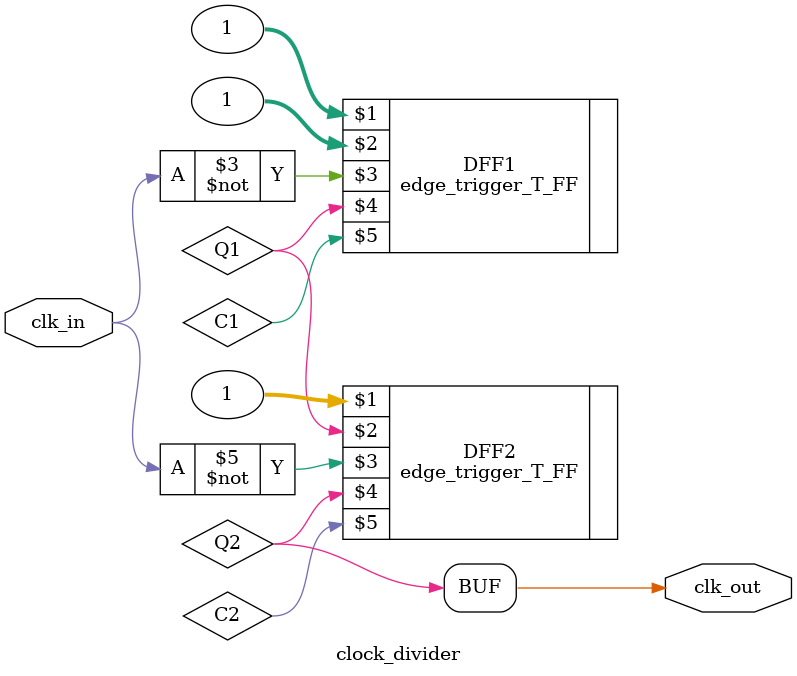
<source format=v>
`timescale 1ns / 1ps

module clock_divider (
	input clk_in, 
	output clk_out
	); 
	 
	wire C1; 
	wire Q1; 
	wire Q2; 
	wire C2;
	 
	edge_trigger_T_FF DFF1(1,1,~clk_in,Q1,C1); 
	edge_trigger_T_FF DFF2(1,Q1,~clk_in,Q2,C2); 
	 
	assign clk_out = Q2; 
 
endmodule 

</source>
